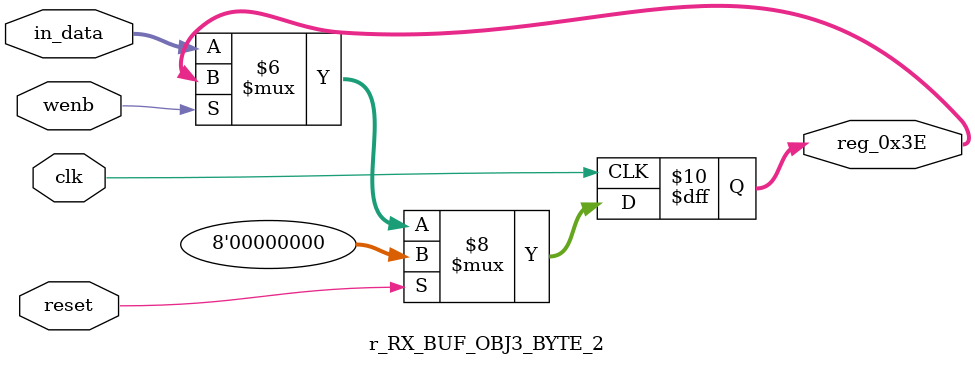
<source format=v>
module r_RX_BUF_OBJ3_BYTE_2(output reg [7:0] reg_0x3E, input wire reset, input wire wenb, input wire [7:0] in_data, input wire clk);
	always@(posedge clk)
	begin
		if(reset==0) begin
			if(wenb==0)
				reg_0x3E<=in_data;
			else
				reg_0x3E<=reg_0x3E;
		end
		else
			reg_0x3E<=8'h00;
	end
endmodule
</source>
